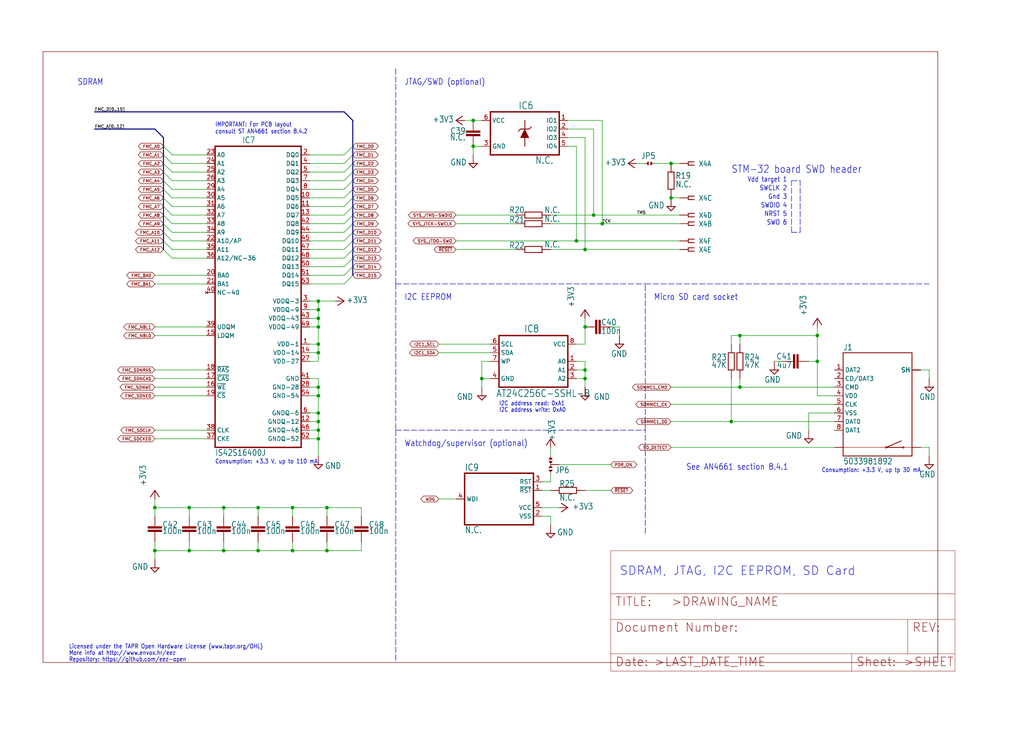
<source format=kicad_sch>
(kicad_sch (version 20211123) (generator eeschema)
  (paper "User" 302.311 218.491)
  (lib_symbols
    (symbol "EEZ_DIB_MCU_r3B4-eagle-import:+3V3" (power)
      (property "Value" "+3V3" (at -2.54 -5.08 90))
      (symbol "+3V3_1_0"
        (pin power_in line (at 0 -2.54 90) (length 2.54) (name "+3V3") (number "1"))
      )
    )
    (symbol "EEZ_DIB_MCU_r3B4-eagle-import:5033981892D&M"
      (property "Reference" "J" (at -10.16 15.875 0))
      (property "Value" "5033981892D&M" (at -10.16 -17.78 0))
      (symbol "5033981892D&M_1_0"
        (pin passive line (at -12.7 10.16 0) (length 2.54) (name "DAT2") (number "1"))
        (pin passive line (at -12.7 7.62 0) (length 2.54) (name "CD/DAT3") (number "2"))
        (pin passive line (at -12.7 5.08 0) (length 2.54) (name "CMD") (number "3"))
        (pin power_in line (at -12.7 2.54 0) (length 2.54) (name "VDD") (number "4"))
        (pin passive line (at -12.7 0 0) (length 2.54) (name "CLK") (number "5"))
        (pin power_in line (at -12.7 -2.54 0) (length 2.54) (name "VSS") (number "6"))
        (pin passive line (at -12.7 -5.08 0) (length 2.54) (name "DAT0") (number "7"))
        (pin passive line (at -12.7 -7.62 0) (length 2.54) (name "DAT1") (number "8"))
        (pin passive line (at 12.7 10.16 180) (length 2.54) (name "SH") (number "S"))
        (pin passive line (at 12.7 10.16 180) (length 2.54) (name "SH") (number "S1"))
        (pin passive line (at 12.7 10.16 180) (length 2.54) (name "SH") (number "S2"))
        (pin passive line (at 12.7 10.16 180) (length 2.54) (name "SH") (number "S3"))
        (pin passive line (at -12.7 -12.7 0) (length 2.54) (name "SW1") (number "SW1"))
        (pin passive line (at 12.7 -12.7 180) (length 2.54) (name "SW2") (number "SW2"))
      )
    )
    (symbol "EEZ_DIB_MCU_r3B4-eagle-import:AT24CXXSOIC8"
      (property "Reference" "IC" (at -5.3594 8.4836 0))
      (property "Value" "AT24CXXSOIC8" (at -5.9944 -10.5918 0))
      (symbol "AT24CXXSOIC8_1_0"
        (pin input line (at 12.7 0 180) (length 2.54) (name "A0") (number "1"))
        (pin input line (at 12.7 -2.54 180) (length 2.54) (name "A1") (number "2"))
        (pin input line (at 12.7 -5.08 180) (length 2.54) (name "A2") (number "3"))
        (pin passive line (at -12.7 -5.08 0) (length 2.54) (name "GND") (number "4"))
        (pin bidirectional line (at -12.7 2.54 0) (length 2.54) (name "SDA") (number "5"))
        (pin bidirectional line (at -12.7 5.08 0) (length 2.54) (name "SCL") (number "6"))
        (pin input line (at -12.7 0 0) (length 2.54) (name "WP") (number "7"))
        (pin power_in line (at 12.7 5.08 180) (length 2.54) (name "VCC") (number "8"))
      )
    )
    (symbol "EEZ_DIB_MCU_r3B4-eagle-import:C-EUC0603"
      (property "Reference" "C" (at 1.524 0.381 0))
      (property "Value" "C-EUC0603" (at 1.524 -4.699 0))
      (symbol "C-EUC0603_1_0"
        (pin passive line (at 0 2.54 270) (length 2.54) (name "1") (number "1"))
        (pin passive line (at 0 -5.08 90) (length 2.54) (name "2") (number "2"))
      )
    )
    (symbol "EEZ_DIB_MCU_r3B4-eagle-import:C-EUC1206"
      (property "Reference" "C" (at 1.524 0.381 0))
      (property "Value" "C-EUC1206" (at 1.524 -4.699 0))
      (symbol "C-EUC1206_1_0"
        (pin passive line (at 0 2.54 270) (length 2.54) (name "1") (number "1"))
        (pin passive line (at 0 -5.08 90) (length 2.54) (name "2") (number "2"))
      )
    )
    (symbol "EEZ_DIB_MCU_r3B4-eagle-import:DINA4_L"
      (symbol "DINA4_L_2_0"
        (text ">DRAWING_NAME" (at 17.78 19.05 0) (effects (font (size 2.54 2.54)) (justify left bottom)))
        (text ">LAST_DATE_TIME" (at 12.7 1.27 0) (effects (font (size 2.54 2.54)) (justify left bottom)))
        (text ">SHEET" (at 86.36 1.27 0) (effects (font (size 2.54 2.54)) (justify left bottom)))
        (text "Date:" (at 1.27 1.27 0) (effects (font (size 2.54 2.54)) (justify left bottom)))
        (text "Document Number:" (at 1.27 11.43 0) (effects (font (size 2.54 2.54)) (justify left bottom)))
        (text "REV:" (at 88.9 11.43 0) (effects (font (size 2.54 2.54)) (justify left bottom)))
        (text "Sheet:" (at 72.39 1.27 0) (effects (font (size 2.54 2.54)) (justify left bottom)))
        (text "TITLE:" (at 1.27 19.05 0) (effects (font (size 2.54 2.54)) (justify left bottom)))
      )
    )
    (symbol "EEZ_DIB_MCU_r3B4-eagle-import:GND" (power)
      (property "Value" "GND" (at -1.905 -3.175 0))
      (symbol "GND_1_0"
        (pin power_in line (at 0 2.54 270) (length 2.54) (name "GND") (number "1"))
      )
    )
    (symbol "EEZ_DIB_MCU_r3B4-eagle-import:IS42S16400"
      (property "Reference" "IC" (at -4.7244 44.0436 0))
      (property "Value" "IS42S16400" (at -5.3594 -48.6664 0))
      (symbol "IS42S16400_1_0"
        (pin power_in line (at 15.24 -15.24 180) (length 2.54) (name "VDD-1") (number "1"))
        (pin bidirectional line (at 15.24 27.94 180) (length 2.54) (name "DQ5") (number "10"))
        (pin bidirectional line (at 15.24 25.4 180) (length 2.54) (name "DQ6") (number "11"))
        (pin power_in line (at 15.24 -38.1 180) (length 2.54) (name "GNDQ-12") (number "12"))
        (pin bidirectional line (at 15.24 22.86 180) (length 2.54) (name "DQ7") (number "13"))
        (pin power_in line (at 15.24 -17.78 180) (length 2.54) (name "VDD-14") (number "14"))
        (pin input line (at -15.24 -12.7 0) (length 2.54) (name "LDQM") (number "15"))
        (pin input line (at -15.24 -27.94 0) (length 2.54) (name "~{WE}") (number "16"))
        (pin input line (at -15.24 -25.4 0) (length 2.54) (name "~{CAS}") (number "17"))
        (pin input line (at -15.24 -22.86 0) (length 2.54) (name "~{RAS}") (number "18"))
        (pin input line (at -15.24 -30.48 0) (length 2.54) (name "~{CS}") (number "19"))
        (pin bidirectional line (at 15.24 40.64 180) (length 2.54) (name "DQ0") (number "2"))
        (pin input line (at -15.24 5.08 0) (length 2.54) (name "BA0") (number "20"))
        (pin input line (at -15.24 2.54 0) (length 2.54) (name "BA1") (number "21"))
        (pin input line (at -15.24 15.24 0) (length 2.54) (name "A10/AP") (number "22"))
        (pin input line (at -15.24 40.64 0) (length 2.54) (name "A0") (number "23"))
        (pin input line (at -15.24 38.1 0) (length 2.54) (name "A1") (number "24"))
        (pin input line (at -15.24 35.56 0) (length 2.54) (name "A2") (number "25"))
        (pin input line (at -15.24 33.02 0) (length 2.54) (name "A3") (number "26"))
        (pin power_in line (at 15.24 -20.32 180) (length 2.54) (name "VDD-27") (number "27"))
        (pin power_in line (at 15.24 -27.94 180) (length 2.54) (name "GND-28") (number "28"))
        (pin input line (at -15.24 30.48 0) (length 2.54) (name "A4") (number "29"))
        (pin power_in line (at 15.24 -2.54 180) (length 2.54) (name "VDDQ-3") (number "3"))
        (pin input line (at -15.24 27.94 0) (length 2.54) (name "A5") (number "30"))
        (pin input line (at -15.24 25.4 0) (length 2.54) (name "A6") (number "31"))
        (pin input line (at -15.24 22.86 0) (length 2.54) (name "A7") (number "32"))
        (pin input line (at -15.24 20.32 0) (length 2.54) (name "A8") (number "33"))
        (pin input line (at -15.24 17.78 0) (length 2.54) (name "A9") (number "34"))
        (pin input line (at -15.24 12.7 0) (length 2.54) (name "A11") (number "35"))
        (pin passive line (at -15.24 10.16 0) (length 2.54) (name "A12/NC-36") (number "36"))
        (pin input line (at -15.24 -43.18 0) (length 2.54) (name "CKE") (number "37"))
        (pin input line (at -15.24 -40.64 0) (length 2.54) (name "CLK") (number "38"))
        (pin input line (at -15.24 -10.16 0) (length 2.54) (name "UDQM") (number "39"))
        (pin bidirectional line (at 15.24 38.1 180) (length 2.54) (name "DQ1") (number "4"))
        (pin no_connect line (at -15.24 0 0) (length 2.54) (name "NC-40") (number "40"))
        (pin power_in line (at 15.24 -25.4 180) (length 2.54) (name "GND") (number "41"))
        (pin bidirectional line (at 15.24 20.32 180) (length 2.54) (name "DQ8") (number "42"))
        (pin power_in line (at 15.24 -7.62 180) (length 2.54) (name "VDDQ-43") (number "43"))
        (pin bidirectional line (at 15.24 17.78 180) (length 2.54) (name "DQ9") (number "44"))
        (pin bidirectional line (at 15.24 15.24 180) (length 2.54) (name "DQ10") (number "45"))
        (pin power_in line (at 15.24 -40.64 180) (length 2.54) (name "GNDQ-46") (number "46"))
        (pin bidirectional line (at 15.24 12.7 180) (length 2.54) (name "DQ11") (number "47"))
        (pin bidirectional line (at 15.24 10.16 180) (length 2.54) (name "DQ12") (number "48"))
        (pin power_in line (at 15.24 -10.16 180) (length 2.54) (name "VDDQ-49") (number "49"))
        (pin bidirectional line (at 15.24 35.56 180) (length 2.54) (name "DQ2") (number "5"))
        (pin bidirectional line (at 15.24 7.62 180) (length 2.54) (name "DQ13") (number "50"))
        (pin bidirectional line (at 15.24 5.08 180) (length 2.54) (name "DQ14") (number "51"))
        (pin power_in line (at 15.24 -43.18 180) (length 2.54) (name "GNDQ-52") (number "52"))
        (pin bidirectional line (at 15.24 2.54 180) (length 2.54) (name "DQ15") (number "53"))
        (pin power_in line (at 15.24 -30.48 180) (length 2.54) (name "GND-54") (number "54"))
        (pin power_in line (at 15.24 -35.56 180) (length 2.54) (name "GNDQ-6") (number "6"))
        (pin bidirectional line (at 15.24 33.02 180) (length 2.54) (name "DQ3") (number "7"))
        (pin bidirectional line (at 15.24 30.48 180) (length 2.54) (name "DQ4") (number "8"))
        (pin power_in line (at 15.24 -5.08 180) (length 2.54) (name "VDDQ-9") (number "9"))
      )
    )
    (symbol "EEZ_DIB_MCU_r3B4-eagle-import:JP2-CUT"
      (property "Reference" "JP" (at -3.175 1.27 0))
      (symbol "JP2-CUT_1_0"
        (pin passive line (at 0 0 270) (length 0) (name "1") (number "1"))
        (pin passive line (at 2.54 0 270) (length 0) (name "2") (number "2"))
      )
    )
    (symbol "EEZ_DIB_MCU_r3B4-eagle-import:JP3-CUT-0805-ROTATED"
      (property "Reference" "JP" (at -3.81 3.175 0))
      (symbol "JP3-CUT-0805-ROTATED_1_0"
        (pin passive line (at 2.54 0 180) (length 2.54) (name "COM") (number "COM"))
        (pin passive line (at 0 -2.54 180) (length 0) (name "NC") (number "NC"))
        (pin passive line (at 0 2.54 180) (length 0) (name "NO") (number "NO"))
      )
    )
    (symbol "EEZ_DIB_MCU_r3B4-eagle-import:R-EU_R0805"
      (property "Reference" "R" (at -3.81 1.4986 0))
      (property "Value" "R-EU_R0805" (at -3.81 -3.302 0))
      (symbol "R-EU_R0805_1_0"
        (pin passive line (at -5.08 0 0) (length 2.54) (name "1") (number "1"))
        (pin passive line (at 5.08 0 180) (length 2.54) (name "2") (number "2"))
      )
    )
    (symbol "EEZ_DIB_MCU_r3B4-eagle-import:SSW-106-02-S-S"
      (property "Reference" "X" (at -3.048 0.762 0))
      (symbol "SSW-106-02-S-S_1_0"
        (pin passive line (at 2.54 0 180) (length 2.54) (name "1") (number "1"))
      )
      (symbol "SSW-106-02-S-S_2_0"
        (pin passive line (at 2.54 0 180) (length 2.54) (name "1") (number "2"))
      )
      (symbol "SSW-106-02-S-S_3_0"
        (pin passive line (at 2.54 0 180) (length 2.54) (name "1") (number "3"))
      )
      (symbol "SSW-106-02-S-S_4_0"
        (pin passive line (at 2.54 0 180) (length 2.54) (name "1") (number "4"))
      )
      (symbol "SSW-106-02-S-S_5_0"
        (pin passive line (at 2.54 0 180) (length 2.54) (name "1") (number "5"))
      )
      (symbol "SSW-106-02-S-S_6_0"
        (pin passive line (at 2.54 0 180) (length 2.54) (name "1") (number "6"))
      )
    )
    (symbol "EEZ_DIB_MCU_r3B4-eagle-import:STM6824"
      (property "Reference" "IC" (at -10.16 8.255 0))
      (property "Value" "STM6824" (at -10.16 -10.16 0))
      (symbol "STM6824_1_0"
        (pin output line (at 12.7 2.54 180) (length 2.54) (name "~{RST}") (number "1"))
        (pin power_in line (at 12.7 -5.08 180) (length 2.54) (name "VSS") (number "2"))
        (pin output line (at 12.7 5.08 180) (length 2.54) (name "RST") (number "3"))
        (pin input line (at -12.7 0 0) (length 2.54) (name "WDI") (number "4"))
        (pin power_in line (at 12.7 -2.54 180) (length 2.54) (name "VCC") (number "5"))
      )
    )
    (symbol "EEZ_DIB_MCU_r3B4-eagle-import:TPD4E001-DRL"
      (property "Reference" "IC" (at -5.207 5.7912 0))
      (property "Value" "TPD4E001-DRL" (at -6.0452 -10.3378 0))
      (symbol "TPD4E001-DRL_1_0"
        (pin bidirectional line (at -12.7 2.54 0) (length 2.54) (name "IO1") (number "1"))
        (pin bidirectional line (at -12.7 0 0) (length 2.54) (name "IO2") (number "2"))
        (pin power_in line (at 12.7 -5.08 180) (length 2.54) (name "GND") (number "3"))
        (pin bidirectional line (at -12.7 -2.54 0) (length 2.54) (name "IO3") (number "4"))
        (pin bidirectional line (at -12.7 -5.08 0) (length 2.54) (name "IO4") (number "5"))
        (pin passive line (at 12.7 2.54 180) (length 2.54) (name "VCC") (number "6"))
      )
    )
  )
  (junction (at 93.98 91.44))
  (junction (at 172.72 109.22))
  (junction (at 93.98 129.54))
  (junction (at 66.04 149.86))
  (junction (at 172.72 96.52))
  (junction (at 142.24 111.76))
  (junction (at 93.98 96.52))
  (junction (at 218.44 114.3))
  (junction (at 86.36 162.56))
  (junction (at 93.98 127))
  (junction (at 177.8 66.04))
  (junction (at 96.52 162.56))
  (junction (at 139.7 43.18))
  (junction (at 76.2 162.56))
  (junction (at 93.98 88.9))
  (junction (at 55.88 149.86))
  (junction (at 198.12 58.42))
  (junction (at 170.18 71.12))
  (junction (at 241.3 106.68))
  (junction (at 93.98 114.3))
  (junction (at 93.98 116.84))
  (junction (at 215.9 124.46))
  (junction (at 172.72 111.76))
  (junction (at 55.88 162.56))
  (junction (at 198.12 48.26))
  (junction (at 93.98 93.98))
  (junction (at 93.98 101.6))
  (junction (at 172.72 73.66))
  (junction (at 93.98 104.14))
  (junction (at 139.7 35.56))
  (junction (at 241.3 99.06))
  (junction (at 175.26 63.5))
  (junction (at 93.98 121.92))
  (junction (at 96.52 149.86))
  (junction (at 66.04 162.56))
  (junction (at 93.98 124.46))
  (junction (at 218.44 99.06))
  (junction (at 86.36 149.86))
  (junction (at 45.72 162.56))
  (junction (at 76.2 149.86))
  (junction (at 45.72 149.86))
  (bus_entry (at 50.8 76.2) (size -2.54 -2.54))
  (bus_entry (at 50.8 45.72) (size -2.54 -2.54))
  (bus_entry (at 101.6 73.66) (size 2.54 -2.54))
  (bus_entry (at 50.8 58.42) (size -2.54 -2.54))
  (bus_entry (at 101.6 81.28) (size 2.54 -2.54))
  (bus_entry (at 101.6 55.88) (size 2.54 -2.54))
  (bus_entry (at 50.8 73.66) (size -2.54 -2.54))
  (bus_entry (at 50.8 71.12) (size -2.54 -2.54))
  (bus_entry (at 50.8 50.8) (size -2.54 -2.54))
  (bus_entry (at 101.6 45.72) (size 2.54 -2.54))
  (bus_entry (at 101.6 60.96) (size 2.54 -2.54))
  (bus_entry (at 101.6 76.2) (size 2.54 -2.54))
  (bus_entry (at 101.6 78.74) (size 2.54 -2.54))
  (bus_entry (at 50.8 55.88) (size -2.54 -2.54))
  (bus_entry (at 50.8 66.04) (size -2.54 -2.54))
  (bus_entry (at 50.8 53.34) (size -2.54 -2.54))
  (bus_entry (at 101.6 68.58) (size 2.54 -2.54))
  (bus_entry (at 101.6 83.82) (size 2.54 -2.54))
  (bus_entry (at 101.6 58.42) (size 2.54 -2.54))
  (bus_entry (at 50.8 60.96) (size -2.54 -2.54))
  (bus_entry (at 101.6 66.04) (size 2.54 -2.54))
  (bus_entry (at 101.6 48.26) (size 2.54 -2.54))
  (bus_entry (at 101.6 53.34) (size 2.54 -2.54))
  (bus_entry (at 50.8 68.58) (size -2.54 -2.54))
  (bus_entry (at 50.8 63.5) (size -2.54 -2.54))
  (bus_entry (at 101.6 71.12) (size 2.54 -2.54))
  (bus_entry (at 101.6 63.5) (size 2.54 -2.54))
  (bus_entry (at 50.8 48.26) (size -2.54 -2.54))
  (bus_entry (at 101.6 50.8) (size 2.54 -2.54))
  (wire (pts (xy 93.98 129.54) (xy 91.44 129.54)))
  (wire (pts (xy 101.6 55.88) (xy 91.44 55.88)))
  (polyline (pts (xy 233.68 68.58) (xy 236.22 68.58)))
  (wire (pts (xy 172.72 73.66) (xy 162.56 73.66)))
  (wire (pts (xy 101.6 76.2) (xy 91.44 76.2)))
  (wire (pts (xy 200.66 63.5) (xy 175.26 63.5)))
  (wire (pts (xy 60.96 129.54) (xy 45.72 129.54)))
  (wire (pts (xy 91.44 111.76) (xy 93.98 111.76)))
  (wire (pts (xy 55.88 162.56) (xy 66.04 162.56)))
  (wire (pts (xy 60.96 109.22) (xy 45.72 109.22)))
  (bus (pts (xy 104.14 50.8) (xy 104.14 53.34)))
  (wire (pts (xy 50.8 58.42) (xy 60.96 58.42)))
  (wire (pts (xy 160.02 144.78) (xy 162.56 144.78)))
  (bus (pts (xy 104.14 78.74) (xy 104.14 81.28)))
  (wire (pts (xy 172.72 109.22) (xy 172.72 111.76)))
  (wire (pts (xy 93.98 93.98) (xy 93.98 96.52)))
  (wire (pts (xy 177.8 35.56) (xy 177.8 66.04)))
  (wire (pts (xy 96.52 149.86) (xy 96.52 152.4)))
  (wire (pts (xy 200.66 73.66) (xy 172.72 73.66)))
  (wire (pts (xy 60.96 81.28) (xy 45.72 81.28)))
  (wire (pts (xy 60.96 99.06) (xy 45.72 99.06)))
  (wire (pts (xy 76.2 162.56) (xy 76.2 160.02)))
  (wire (pts (xy 45.72 149.86) (xy 55.88 149.86)))
  (wire (pts (xy 152.4 63.5) (xy 134.62 63.5)))
  (wire (pts (xy 218.44 99.06) (xy 215.9 99.06)))
  (wire (pts (xy 180.34 96.52) (xy 182.88 96.52)))
  (bus (pts (xy 104.14 68.58) (xy 104.14 71.12)))
  (wire (pts (xy 91.44 116.84) (xy 93.98 116.84)))
  (wire (pts (xy 76.2 152.4) (xy 76.2 149.86)))
  (wire (pts (xy 172.72 144.78) (xy 180.34 144.78)))
  (wire (pts (xy 246.38 116.84) (xy 241.3 116.84)))
  (wire (pts (xy 50.8 60.96) (xy 60.96 60.96)))
  (bus (pts (xy 104.14 71.12) (xy 104.14 73.66)))
  (wire (pts (xy 106.68 162.56) (xy 106.68 160.02)))
  (wire (pts (xy 101.6 81.28) (xy 91.44 81.28)))
  (bus (pts (xy 48.26 63.5) (xy 48.26 60.96)))
  (wire (pts (xy 91.44 114.3) (xy 93.98 114.3)))
  (wire (pts (xy 91.44 93.98) (xy 93.98 93.98)))
  (wire (pts (xy 246.38 132.08) (xy 198.12 132.08)))
  (wire (pts (xy 93.98 101.6) (xy 93.98 104.14)))
  (wire (pts (xy 172.72 40.64) (xy 172.72 73.66)))
  (polyline (pts (xy 116.84 83.82) (xy 116.84 127)))
  (wire (pts (xy 76.2 149.86) (xy 86.36 149.86)))
  (wire (pts (xy 93.98 124.46) (xy 93.98 127)))
  (wire (pts (xy 60.96 96.52) (xy 45.72 96.52)))
  (bus (pts (xy 104.14 53.34) (xy 104.14 55.88)))
  (wire (pts (xy 86.36 152.4) (xy 86.36 149.86)))
  (wire (pts (xy 218.44 101.6) (xy 218.44 99.06)))
  (wire (pts (xy 91.44 121.92) (xy 93.98 121.92)))
  (wire (pts (xy 93.98 88.9) (xy 93.98 91.44)))
  (wire (pts (xy 50.8 68.58) (xy 60.96 68.58)))
  (wire (pts (xy 96.52 162.56) (xy 96.52 160.02)))
  (wire (pts (xy 50.8 50.8) (xy 60.96 50.8)))
  (wire (pts (xy 50.8 73.66) (xy 60.96 73.66)))
  (wire (pts (xy 101.6 60.96) (xy 91.44 60.96)))
  (bus (pts (xy 48.26 58.42) (xy 48.26 55.88)))
  (wire (pts (xy 142.24 106.68) (xy 144.78 106.68)))
  (wire (pts (xy 200.66 66.04) (xy 177.8 66.04)))
  (wire (pts (xy 101.6 48.26) (xy 91.44 48.26)))
  (wire (pts (xy 101.6 66.04) (xy 91.44 66.04)))
  (wire (pts (xy 177.8 66.04) (xy 162.56 66.04)))
  (wire (pts (xy 91.44 127) (xy 93.98 127)))
  (wire (pts (xy 55.88 149.86) (xy 66.04 149.86)))
  (wire (pts (xy 86.36 149.86) (xy 96.52 149.86)))
  (bus (pts (xy 104.14 66.04) (xy 104.14 68.58)))
  (wire (pts (xy 200.66 71.12) (xy 170.18 71.12)))
  (wire (pts (xy 101.6 83.82) (xy 91.44 83.82)))
  (wire (pts (xy 246.38 121.92) (xy 238.76 121.92)))
  (wire (pts (xy 45.72 149.86) (xy 45.72 147.32)))
  (wire (pts (xy 172.72 101.6) (xy 170.18 101.6)))
  (wire (pts (xy 200.66 58.42) (xy 198.12 58.42)))
  (wire (pts (xy 93.98 96.52) (xy 93.98 101.6)))
  (bus (pts (xy 48.26 50.8) (xy 48.26 48.26)))
  (wire (pts (xy 66.04 162.56) (xy 66.04 160.02)))
  (wire (pts (xy 170.18 71.12) (xy 134.62 71.12)))
  (bus (pts (xy 104.14 63.5) (xy 104.14 66.04)))
  (wire (pts (xy 193.04 48.26) (xy 198.12 48.26)))
  (wire (pts (xy 101.6 73.66) (xy 91.44 73.66)))
  (wire (pts (xy 142.24 111.76) (xy 142.24 114.3)))
  (polyline (pts (xy 190.5 127) (xy 190.5 83.82)))
  (wire (pts (xy 218.44 111.76) (xy 218.44 114.3)))
  (wire (pts (xy 93.98 116.84) (xy 93.98 121.92)))
  (wire (pts (xy 129.54 147.32) (xy 134.62 147.32)))
  (wire (pts (xy 93.98 88.9) (xy 99.06 88.9)))
  (wire (pts (xy 139.7 35.56) (xy 137.16 35.56)))
  (bus (pts (xy 48.26 45.72) (xy 48.26 43.18)))
  (wire (pts (xy 96.52 149.86) (xy 106.68 149.86)))
  (wire (pts (xy 144.78 104.14) (xy 129.54 104.14)))
  (wire (pts (xy 91.44 104.14) (xy 93.98 104.14)))
  (wire (pts (xy 218.44 114.3) (xy 198.12 114.3)))
  (bus (pts (xy 45.72 38.1) (xy 27.94 38.1)))
  (wire (pts (xy 190.5 48.26) (xy 187.96 48.26)))
  (wire (pts (xy 93.98 104.14) (xy 93.98 106.68)))
  (wire (pts (xy 172.72 114.3) (xy 172.72 111.76)))
  (polyline (pts (xy 190.5 157.48) (xy 190.5 127)))
  (wire (pts (xy 50.8 55.88) (xy 60.96 55.88)))
  (bus (pts (xy 48.26 48.26) (xy 48.26 45.72)))
  (bus (pts (xy 104.14 35.56) (xy 101.6 33.02)))
  (wire (pts (xy 241.3 106.68) (xy 241.3 99.06)))
  (wire (pts (xy 101.6 58.42) (xy 91.44 58.42)))
  (wire (pts (xy 101.6 53.34) (xy 91.44 53.34)))
  (bus (pts (xy 48.26 71.12) (xy 48.26 68.58)))
  (wire (pts (xy 142.24 43.18) (xy 139.7 43.18)))
  (wire (pts (xy 66.04 152.4) (xy 66.04 149.86)))
  (bus (pts (xy 48.26 55.88) (xy 48.26 53.34)))
  (wire (pts (xy 86.36 162.56) (xy 96.52 162.56)))
  (wire (pts (xy 172.72 93.98) (xy 172.72 96.52)))
  (wire (pts (xy 162.56 142.24) (xy 160.02 142.24)))
  (wire (pts (xy 182.88 99.06) (xy 182.88 96.52)))
  (wire (pts (xy 215.9 99.06) (xy 215.9 101.6)))
  (bus (pts (xy 104.14 48.26) (xy 104.14 50.8)))
  (wire (pts (xy 144.78 111.76) (xy 142.24 111.76)))
  (polyline (pts (xy 236.22 68.58) (xy 236.22 53.34)))
  (bus (pts (xy 48.26 68.58) (xy 48.26 66.04)))
  (bus (pts (xy 104.14 76.2) (xy 104.14 78.74)))
  (wire (pts (xy 170.18 106.68) (xy 172.72 106.68)))
  (bus (pts (xy 101.6 33.02) (xy 27.94 33.02)))
  (wire (pts (xy 144.78 101.6) (xy 129.54 101.6)))
  (polyline (pts (xy 116.84 127) (xy 190.5 127)))
  (wire (pts (xy 60.96 116.84) (xy 45.72 116.84)))
  (wire (pts (xy 139.7 43.18) (xy 139.7 45.72)))
  (wire (pts (xy 50.8 71.12) (xy 60.96 71.12)))
  (wire (pts (xy 50.8 66.04) (xy 60.96 66.04)))
  (wire (pts (xy 93.98 114.3) (xy 93.98 116.84)))
  (wire (pts (xy 93.98 127) (xy 93.98 129.54)))
  (bus (pts (xy 104.14 45.72) (xy 104.14 48.26)))
  (bus (pts (xy 48.26 40.64) (xy 45.72 38.1)))
  (wire (pts (xy 50.8 45.72) (xy 60.96 45.72)))
  (wire (pts (xy 175.26 63.5) (xy 162.56 63.5)))
  (wire (pts (xy 106.68 149.86) (xy 106.68 152.4)))
  (wire (pts (xy 60.96 83.82) (xy 45.72 83.82)))
  (wire (pts (xy 55.88 162.56) (xy 55.88 160.02)))
  (wire (pts (xy 93.98 134.62) (xy 93.98 129.54)))
  (wire (pts (xy 91.44 124.46) (xy 93.98 124.46)))
  (wire (pts (xy 50.8 76.2) (xy 60.96 76.2)))
  (wire (pts (xy 238.76 121.92) (xy 238.76 127)))
  (wire (pts (xy 160.02 152.4) (xy 162.56 152.4)))
  (wire (pts (xy 86.36 162.56) (xy 86.36 160.02)))
  (wire (pts (xy 55.88 152.4) (xy 55.88 149.86)))
  (wire (pts (xy 218.44 99.06) (xy 241.3 99.06)))
  (polyline (pts (xy 190.5 83.82) (xy 274.32 83.82)))
  (wire (pts (xy 172.72 106.68) (xy 172.72 109.22)))
  (wire (pts (xy 172.72 111.76) (xy 170.18 111.76)))
  (wire (pts (xy 165.1 149.86) (xy 160.02 149.86)))
  (wire (pts (xy 91.44 91.44) (xy 93.98 91.44)))
  (wire (pts (xy 45.72 165.1) (xy 45.72 162.56)))
  (wire (pts (xy 142.24 106.68) (xy 142.24 111.76)))
  (bus (pts (xy 104.14 55.88) (xy 104.14 58.42)))
  (wire (pts (xy 241.3 99.06) (xy 241.3 96.52)))
  (wire (pts (xy 45.72 152.4) (xy 45.72 149.86)))
  (wire (pts (xy 60.96 114.3) (xy 45.72 114.3)))
  (wire (pts (xy 101.6 45.72) (xy 91.44 45.72)))
  (bus (pts (xy 104.14 43.18) (xy 104.14 45.72)))
  (bus (pts (xy 104.14 60.96) (xy 104.14 63.5)))
  (bus (pts (xy 48.26 53.34) (xy 48.26 50.8)))
  (wire (pts (xy 66.04 149.86) (xy 76.2 149.86)))
  (wire (pts (xy 101.6 78.74) (xy 91.44 78.74)))
  (wire (pts (xy 274.32 111.76) (xy 274.32 109.22)))
  (bus (pts (xy 104.14 35.56) (xy 104.14 43.18)))
  (wire (pts (xy 101.6 68.58) (xy 91.44 68.58)))
  (wire (pts (xy 60.96 111.76) (xy 45.72 111.76)))
  (wire (pts (xy 167.64 38.1) (xy 175.26 38.1)))
  (wire (pts (xy 66.04 162.56) (xy 76.2 162.56)))
  (wire (pts (xy 101.6 71.12) (xy 91.44 71.12)))
  (wire (pts (xy 271.78 109.22) (xy 274.32 109.22)))
  (wire (pts (xy 93.98 121.92) (xy 93.98 124.46)))
  (wire (pts (xy 241.3 106.68) (xy 238.76 106.68)))
  (wire (pts (xy 274.32 132.08) (xy 274.32 134.62)))
  (wire (pts (xy 152.4 73.66) (xy 134.62 73.66)))
  (wire (pts (xy 162.56 134.62) (xy 162.56 132.08)))
  (wire (pts (xy 152.4 66.04) (xy 134.62 66.04)))
  (wire (pts (xy 215.9 124.46) (xy 198.12 124.46)))
  (wire (pts (xy 215.9 111.76) (xy 215.9 124.46)))
  (wire (pts (xy 45.72 162.56) (xy 45.72 160.02)))
  (wire (pts (xy 60.96 127) (xy 45.72 127)))
  (wire (pts (xy 175.26 38.1) (xy 175.26 63.5)))
  (wire (pts (xy 50.8 48.26) (xy 60.96 48.26)))
  (wire (pts (xy 162.56 152.4) (xy 162.56 154.94)))
  (bus (pts (xy 48.26 60.96) (xy 48.26 58.42)))
  (wire (pts (xy 91.44 96.52) (xy 93.98 96.52)))
  (wire (pts (xy 91.44 88.9) (xy 93.98 88.9)))
  (wire (pts (xy 101.6 63.5) (xy 91.44 63.5)))
  (polyline (pts (xy 233.68 68.58) (xy 233.68 53.34)))
  (wire (pts (xy 167.64 35.56) (xy 177.8 35.56)))
  (wire (pts (xy 231.14 106.68) (xy 228.6 106.68)))
  (polyline (pts (xy 233.68 53.34) (xy 236.22 53.34)))
  (wire (pts (xy 142.24 35.56) (xy 139.7 35.56)))
  (polyline (pts (xy 116.84 20.32) (xy 116.84 83.82)))
  (wire (pts (xy 45.72 162.56) (xy 55.88 162.56)))
  (bus (pts (xy 104.14 58.42) (xy 104.14 60.96)))
  (wire (pts (xy 172.72 96.52) (xy 172.72 101.6)))
  (bus (pts (xy 48.26 43.18) (xy 48.26 40.64)))
  (bus (pts (xy 48.26 66.04) (xy 48.26 63.5)))
  (polyline (pts (xy 116.84 127) (xy 116.84 195.58)))
  (wire (pts (xy 246.38 114.3) (xy 218.44 114.3)))
  (bus (pts (xy 104.14 73.66) (xy 104.14 76.2)))
  (wire (pts (xy 241.3 106.68) (xy 241.3 116.84)))
  (wire (pts (xy 162.56 139.7) (xy 162.56 142.24)))
  (wire (pts (xy 167.64 40.64) (xy 172.72 40.64)))
  (wire (pts (xy 200.66 48.26) (xy 198.12 48.26)))
  (wire (pts (xy 93.98 91.44) (xy 93.98 93.98)))
  (wire (pts (xy 101.6 50.8) (xy 91.44 50.8)))
  (wire (pts (xy 271.78 132.08) (xy 274.32 132.08)))
  (wire (pts (xy 165.1 137.16) (xy 180.34 137.16)))
  (wire (pts (xy 93.98 111.76) (xy 93.98 114.3)))
  (wire (pts (xy 50.8 63.5) (xy 60.96 63.5)))
  (wire (pts (xy 96.52 162.56) (xy 106.68 162.56)))
  (wire (pts (xy 170.18 43.18) (xy 170.18 71.12)))
  (wire (pts (xy 50.8 53.34) (xy 60.96 53.34)))
  (wire (pts (xy 93.98 106.68) (xy 91.44 106.68)))
  (polyline (pts (xy 116.84 83.82) (xy 190.5 83.82)))
  (bus (pts (xy 48.26 73.66) (xy 48.26 71.12)))
  (wire (pts (xy 167.64 43.18) (xy 170.18 43.18)))
  (wire (pts (xy 215.9 124.46) (xy 246.38 124.46)))
  (wire (pts (xy 170.18 109.22) (xy 172.72 109.22)))
  (wire (pts (xy 76.2 162.56) (xy 86.36 162.56)))
  (wire (pts (xy 91.44 101.6) (xy 93.98 101.6)))
  (wire (pts (xy 198.12 119.38) (xy 246.38 119.38)))
  (text "Gnd 3" (at 232.41 59.055 180) (effects (font (size 1.4224 1.209)) (justify right bottom)))
  (text "See AN4661 section 8.4.1" (at 202.565 139.065 180) (effects (font (size 1.778 1.5113)) (justify left bottom)))
  (text "SWDIO 4" (at 232.41 61.595 180) (effects (font (size 1.4224 1.209)) (justify right bottom)))
  (text "Watchdog/supervisor (optional)" (at 119.38 132.08 180) (effects (font (size 1.778 1.5113)) (justify left bottom)))
  (text "More info at http://www.envox.hr/eez" (at 20.32 193.675 180) (effects (font (size 1.27 1.0795)) (justify left bottom)))
  (text "I2C EEPROM" (at 119.38 88.9 180) (effects (font (size 1.778 1.5113)) (justify left bottom)))
  (text "SWCLK 2" (at 232.41 56.515 180) (effects (font (size 1.4224 1.209)) (justify right bottom)))
  (text "JTAG/SWD (optional)" (at 119.38 25.4 180) (effects (font (size 1.778 1.5113)) (justify left bottom)))
  (text "Consumption: +3.3 V, up tp 30 mA" (at 242.57 139.7 180) (effects (font (size 1.27 1.0795)) (justify left bottom)))
  (text "Micro SD card socket" (at 193.04 88.9 180) (effects (font (size 1.778 1.5113)) (justify left bottom)))
  (text "SWO 6" (at 232.41 66.675 180) (effects (font (size 1.4224 1.209)) (justify right bottom)))
  (text "SDRAM, JTAG, I2C EEPROM, SD Card" (at 182.88 170.18 180) (effects (font (size 2.54 2.54)) (justify left bottom)))
  (text "NRST 5" (at 232.41 64.135 180) (effects (font (size 1.4224 1.209)) (justify right bottom)))
  (text "I2C address read: 0xA1" (at 147.32 120.015 180) (effects (font (size 1.27 1.0795)) (justify left bottom)))
  (text "Licensed under the TAPR Open Hardware License (www.tapr.org/OHL)" (at 20.32 191.77 180) (effects (font (size 1.27 1.0795)) (justify left bottom)))
  (text "Repository: https://github.com/eez-open" (at 20.32 195.58 180) (effects (font (size 1.27 1.0795)) (justify left bottom)))
  (text "I2C address write: 0xA0" (at 147.32 121.92 180) (effects (font (size 1.27 1.0795)) (justify left bottom)))
  (text "IMPORTANT: For PCB layout\nconsult ST AN4661 section 8.4.2" (at 63.5 36.195 180) (effects (font (size 1.27 1.0795)) (justify left top)))
  (text "Consumption: +3.3 V, up to 110 mA" (at 63.5 137.16 180) (effects (font (size 1.27 1.0795)) (justify left bottom)))
  (text "Vdd target 1" (at 232.41 53.975 180) (effects (font (size 1.4224 1.209)) (justify right bottom)))
  (text "SDRAM" (at 22.86 25.4 180) (effects (font (size 1.778 1.5113)) (justify left bottom)))
  (text "STM-32 board SWD header" (at 215.9 51.435 180) (effects (font (size 2.1844 1.8567)) (justify left bottom)))
  (label "FMC_D[0..15]" (at 27.94 33.02 0) (effects (font (size 0.889 0.889))))
  (label "TMS" (at 187.96 63.5 0) (effects (font (size 0.889 0.889))))
  (label "TCK" (at 177.8 66.04 0) (effects (font (size 0.889 0.889))))
  (label "FMC_A[0..12]" (at 27.94 38.1 0) (effects (font (size 0.889 0.889))))
  (global_label "FMC_BA1" (shape bidirectional) (at 45.72 83.82 180) (effects (font (size 0.889 0.889))) (property "Intersheet References" "${INTERSHEET_REFS}" (effects hide)))
  (global_label "~{RESET}" (shape bidirectional) (at 134.62 73.66 180) (effects (font (size 0.889 0.889))) (property "Intersheet References" "${INTERSHEET_REFS}" (effects hide)))
  (global_label "FMC_D15" (shape bidirectional) (at 104.14 81.28 0) (effects (font (size 0.889 0.889))) (property "Intersheet References" "${INTERSHEET_REFS}" (effects hide)))
  (global_label "FMC_A6" (shape bidirectional) (at 48.26 58.42 180) (effects (font (size 0.889 0.889))) (property "Intersheet References" "${INTERSHEET_REFS}" (effects hide)))
  (global_label "FMC_A0" (shape bidirectional) (at 48.26 43.18 180) (effects (font (size 0.889 0.889))) (property "Intersheet References" "${INTERSHEET_REFS}" (effects hide)))
  (global_label "FMC_D3" (shape bidirectional) (at 104.14 50.8 0) (effects (font (size 0.889 0.889))) (property "Intersheet References" "${INTERSHEET_REFS}" (effects hide)))
  (global_label "SDMMC1_CK" (shape bidirectional) (at 198.12 119.38 180) (effects (font (size 0.889 0.889))) (property "Intersheet References" "${INTERSHEET_REFS}" (effects hide)))
  (global_label "FMC_A12" (shape bidirectional) (at 48.26 73.66 180) (effects (font (size 0.889 0.889))) (property "Intersheet References" "${INTERSHEET_REFS}" (effects hide)))
  (global_label "FMC_A4" (shape bidirectional) (at 48.26 53.34 180) (effects (font (size 0.889 0.889))) (property "Intersheet References" "${INTERSHEET_REFS}" (effects hide)))
  (global_label "FMC_SDCKE0" (shape bidirectional) (at 45.72 129.54 180) (effects (font (size 0.889 0.889))) (property "Intersheet References" "${INTERSHEET_REFS}" (effects hide)))
  (global_label "FMC_A8" (shape bidirectional) (at 48.26 63.5 180) (effects (font (size 0.889 0.889))) (property "Intersheet References" "${INTERSHEET_REFS}" (effects hide)))
  (global_label "FMC_BA0" (shape bidirectional) (at 45.72 81.28 180) (effects (font (size 0.889 0.889))) (property "Intersheet References" "${INTERSHEET_REFS}" (effects hide)))
  (global_label "FMC_D13" (shape bidirectional) (at 104.14 76.2 0) (effects (font (size 0.889 0.889))) (property "Intersheet References" "${INTERSHEET_REFS}" (effects hide)))
  (global_label "FMC_NBL1" (shape bidirectional) (at 45.72 96.52 180) (effects (font (size 0.889 0.889))) (property "Intersheet References" "${INTERSHEET_REFS}" (effects hide)))
  (global_label "FMC_NBL0" (shape bidirectional) (at 45.72 99.06 180) (effects (font (size 0.889 0.889))) (property "Intersheet References" "${INTERSHEET_REFS}" (effects hide)))
  (global_label "I2C1_SDA" (shape bidirectional) (at 129.54 104.14 180) (effects (font (size 0.889 0.889))) (property "Intersheet References" "${INTERSHEET_REFS}" (effects hide)))
  (global_label "SYS_JTMS-SWDIO" (shape bidirectional) (at 134.62 63.5 180) (effects (font (size 0.889 0.889))) (property "Intersheet References" "${INTERSHEET_REFS}" (effects hide)))
  (global_label "FMC_A5" (shape bidirectional) (at 48.26 55.88 180) (effects (font (size 0.889 0.889))) (property "Intersheet References" "${INTERSHEET_REFS}" (effects hide)))
  (global_label "FMC_A1" (shape bidirectional) (at 48.26 45.72 180) (effects (font (size 0.889 0.889))) (property "Intersheet References" "${INTERSHEET_REFS}" (effects hide)))
  (global_label "FMC_D9" (shape bidirectional) (at 104.14 66.04 0) (effects (font (size 0.889 0.889))) (property "Intersheet References" "${INTERSHEET_REFS}" (effects hide)))
  (global_label "FMC_SDNE0" (shape bidirectional) (at 45.72 116.84 180) (effects (font (size 0.889 0.889))) (property "Intersheet References" "${INTERSHEET_REFS}" (effects hide)))
  (global_label "I2C1_SCL" (shape bidirectional) (at 129.54 101.6 180) (effects (font (size 0.889 0.889))) (property "Intersheet References" "${INTERSHEET_REFS}" (effects hide)))
  (global_label "FMC_D5" (shape bidirectional) (at 104.14 55.88 0) (effects (font (size 0.889 0.889))) (property "Intersheet References" "${INTERSHEET_REFS}" (effects hide)))
  (global_label "FMC_A7" (shape bidirectional) (at 48.26 60.96 180) (effects (font (size 0.889 0.889))) (property "Intersheet References" "${INTERSHEET_REFS}" (effects hide)))
  (global_label "FMC_SDNWE" (shape bidirectional) (at 45.72 114.3 180) (effects (font (size 0.889 0.889))) (property "Intersheet References" "${INTERSHEET_REFS}" (effects hide)))
  (global_label "SYS_JTCK-SWCLK" (shape bidirectional) (at 134.62 66.04 180) (effects (font (size 0.889 0.889))) (property "Intersheet References" "${INTERSHEET_REFS}" (effects hide)))
  (global_label "FMC_SDNCAS" (shape bidirectional) (at 45.72 111.76 180) (effects (font (size 0.889 0.889))) (property "Intersheet References" "${INTERSHEET_REFS}" (effects hide)))
  (global_label "SDMMC1_D0" (shape bidirectional) (at 198.12 124.46 180) (effects (font (size 0.889 0.889))) (property "Intersheet References" "${INTERSHEET_REFS}" (effects hide)))
  (global_label "FMC_D14" (shape bidirectional) (at 104.14 78.74 0) (effects (font (size 0.889 0.889))) (property "Intersheet References" "${INTERSHEET_REFS}" (effects hide)))
  (global_label "FMC_A10" (shape bidirectional) (at 48.26 68.58 180) (effects (font (size 0.889 0.889))) (property "Intersheet References" "${INTERSHEET_REFS}" (effects hide)))
  (global_label "FMC_D4" (shape bidirectional) (at 104.14 53.34 0) (effects (font (size 0.889 0.889))) (property "Intersheet References" "${INTERSHEET_REFS}" (effects hide)))
  (global_label "FMC_A11" (shape bidirectional) (at 48.26 71.12 180) (effects (font (size 0.889 0.889))) (property "Intersheet References" "${INTERSHEET_REFS}" (effects hide)))
  (global_label "FMC_D11" (shape bidirectional) (at 104.14 71.12 0) (effects (font (size 0.889 0.889))) (property "Intersheet References" "${INTERSHEET_REFS}" (effects hide)))
  (global_label "FMC_A3" (shape bidirectional) (at 48.26 50.8 180) (effects (font (size 0.889 0.889))) (property "Intersheet References" "${INTERSHEET_REFS}" (effects hide)))
  (global_label "FMC_SDNRAS" (shape bidirectional) (at 45.72 109.22 180) (effects (font (size 0.889 0.889))) (property "Intersheet References" "${INTERSHEET_REFS}" (effects hide)))
  (global_label "SYS_JTDO-SWO" (shape bidirectional) (at 134.62 71.12 180) (effects (font (size 0.889 0.889))) (property "Intersheet References" "${INTERSHEET_REFS}" (effects hide)))
  (global_label "PDR_ON" (shape bidirectional) (at 180.34 137.16 0) (effects (font (size 0.889 0.889))) (property "Intersheet References" "${INTERSHEET_REFS}" (effects hide)))
  (global_label "FMC_D1" (shape bidirectional) (at 104.14 45.72 0) (effects (font (size 0.889 0.889))) (property "Intersheet References" "${INTERSHEET_REFS}" (effects hide)))
  (global_label "FMC_D8" (shape bidirectional) (at 104.14 63.5 0) (effects (font (size 0.889 0.889))) (property "Intersheet References" "${INTERSHEET_REFS}" (effects hide)))
  (global_label "FMC_A2" (shape bidirectional) (at 48.26 48.26 180) (effects (font (size 0.889 0.889))) (property "Intersheet References" "${INTERSHEET_REFS}" (effects hide)))
  (global_label "FMC_SDCLK" (shape bidirectional) (at 45.72 127 180) (effects (font (size 0.889 0.889))) (property "Intersheet References" "${INTERSHEET_REFS}" (effects hide)))
  (global_label "FMC_D7" (shape bidirectional) (at 104.14 60.96 0) (effects (font (size 0.889 0.889))) (property "Intersheet References" "${INTERSHEET_REFS}" (effects hide)))
  (global_label "SDMMC1_CMD" (shape bidirectional) (at 198.12 114.3 180) (effects (font (size 0.889 0.889))) (property "Intersheet References" "${INTERSHEET_REFS}" (effects hide)))
  (global_label "FMC_D6" (shape bidirectional) (at 104.14 58.42 0) (effects (font (size 0.889 0.889))) (property "Intersheet References" "${INTERSHEET_REFS}" (effects hide)))
  (global_label "FMC_A9" (shape bidirectional) (at 48.26 66.04 180) (effects (font (size 0.889 0.889))) (property "Intersheet References" "${INTERSHEET_REFS}" (effects hide)))
  (global_label "FMC_D10" (shape bidirectional) (at 104.14 68.58 0) (effects (font (size 0.889 0.889))) (property "Intersheet References" "${INTERSHEET_REFS}" (effects hide)))
  (global_label "SD_DETECT" (shape bidirectional) (at 198.12 132.08 180) (effects (font (size 0.889 0.889))) (property "Intersheet References" "${INTERSHEET_REFS}" (effects hide)))
  (global_label "WDG" (shape bidirectional) (at 129.54 147.32 180) (effects (font (size 0.889 0.889))) (property "Intersheet References" "${INTERSHEET_REFS}" (effects hide)))
  (global_label "FMC_D0" (shape bidirectional) (at 104.14 43.18 0) (effects (font (size 0.889 0.889))) (property "Intersheet References" "${INTERSHEET_REFS}" (effects hide)))
  (global_label "FMC_D2" (shape bidirectional) (at 104.14 48.26 0) (effects (font (size 0.889 0.889))) (property "Intersheet References" "${INTERSHEET_REFS}" (effects hide)))
  (global_label "FMC_D12" (shape bidirectional) (at 104.14 73.66 0) (effects (font (size 0.889 0.889))) (property "Intersheet References" "${INTERSHEET_REFS}" (effects hide)))
  (global_label "~{RESET}" (shape bidirectional) (at 180.34 144.78 0) (effects (font (size 0.889 0.889))) (property "Intersheet References" "${INTERSHEET_REFS}" (effects hide)))
  (symbol (lib_id "EEZ_DIB_MCU_r3B4-eagle-import:GND") (at 198.12 60.96 0) (mirror y) (unit 1)
    (property "Reference" "#SUPPLY035" (effects hide))
    (property "Value" "GND" (at 196.215 61.595 0) (effects (font (size 1.778 1.5113)) (justify left bottom)))
    (property "Footprint" "EEZ_DIB_MCU_r3B4:" (effects hide))
  )
  (symbol (lib_id "EEZ_DIB_MCU_r3B4-eagle-import:+3V3") (at 101.6 88.9 270) (unit 1)
    (property "Reference" "#+3V0317" (effects hide))
    (property "Value" "+3V3" (at 102.235 89.535 90) (effects (font (size 1.778 1.5113)) (justify left bottom)))
    (property "Footprint" "EEZ_DIB_MCU_r3B4:" (effects hide))
  )
  (symbol (lib_id "EEZ_DIB_MCU_r3B4-eagle-import:SSW-106-02-S-S") (at 203.2 71.12 0) (mirror y) (unit 6)
    (property "Reference" "X4" (at 206.248 70.358 0) (effects (font (size 1.524 1.2954)) (justify right top)))
    (property "Value" "N.C." (effects hide))
    (property "Footprint" "EEZ_DIB_MCU_r3B4:SSW-106-02-S-S" (effects hide))
  )
  (symbol (lib_id "EEZ_DIB_MCU_r3B4-eagle-import:GND") (at 139.7 48.26 0) (unit 1)
    (property "Reference" "#SUPPLY034" (effects hide))
    (property "Value" "GND" (at 137.795 48.895 0) (effects (font (size 1.778 1.5113)) (justify right bottom)))
    (property "Footprint" "EEZ_DIB_MCU_r3B4:" (effects hide))
  )
  (symbol (lib_id "EEZ_DIB_MCU_r3B4-eagle-import:R-EU_R0805") (at 157.48 66.04 0) (unit 1)
    (property "Reference" "R21" (at 154.94 65.8114 0) (effects (font (size 1.778 1.5113)) (justify right bottom)))
    (property "Value" "N.C." (at 160.655 65.532 0) (effects (font (size 1.778 1.5113)) (justify left bottom)))
    (property "Footprint" "EEZ_DIB_MCU_r3B4:R0805" (effects hide))
  )
  (symbol (lib_id "EEZ_DIB_MCU_r3B4-eagle-import:+3V3") (at 185.42 48.26 90) (mirror x) (unit 1)
    (property "Reference" "#+3V0316" (effects hide))
    (property "Value" "+3V3" (at 184.785 48.895 90) (effects (font (size 1.778 1.5113)) (justify left bottom)))
    (property "Footprint" "EEZ_DIB_MCU_r3B4:" (effects hide))
  )
  (symbol (lib_id "EEZ_DIB_MCU_r3B4-eagle-import:+3V3") (at 241.3 93.98 0) (unit 1)
    (property "Reference" "#+3V0319" (effects hide))
    (property "Value" "+3V3" (at 238.125 93.345 90) (effects (font (size 1.778 1.5113)) (justify left bottom)))
    (property "Footprint" "EEZ_DIB_MCU_r3B4:" (effects hide))
  )
  (symbol (lib_id "EEZ_DIB_MCU_r3B4-eagle-import:AT24CXXSOIC8") (at 157.48 106.68 0) (unit 1)
    (property "Reference" "IC8" (at 154.6606 98.1964 0) (effects (font (size 2.0828 1.7703)) (justify left bottom)))
    (property "Value" "AT24C256C-SSHL-B" (at 146.4056 117.2718 0) (effects (font (size 2.0828 1.7703)) (justify left bottom)))
    (property "Footprint" "EEZ_DIB_MCU_r3B4:SOIC127P600X173-8N" (effects hide))
  )
  (symbol (lib_id "EEZ_DIB_MCU_r3B4-eagle-import:R-EU_R0805") (at 157.48 73.66 0) (unit 1)
    (property "Reference" "R22" (at 154.94 73.4314 0) (effects (font (size 1.778 1.5113)) (justify right bottom)))
    (property "Value" "N.C." (at 160.655 73.152 0) (effects (font (size 1.778 1.5113)) (justify left bottom)))
    (property "Footprint" "EEZ_DIB_MCU_r3B4:R0805" (effects hide))
  )
  (symbol (lib_id "EEZ_DIB_MCU_r3B4-eagle-import:GND") (at 93.98 137.16 0) (mirror y) (unit 1)
    (property "Reference" "#SUPPLY042" (effects hide))
    (property "Value" "GND" (at 95.885 136.525 0) (effects (font (size 1.778 1.5113)) (justify right top)))
    (property "Footprint" "EEZ_DIB_MCU_r3B4:" (effects hide))
  )
  (symbol (lib_id "EEZ_DIB_MCU_r3B4-eagle-import:C-EUC0603") (at 177.8 96.52 270) (unit 1)
    (property "Reference" "C40" (at 177.419 96.139 90) (effects (font (size 1.778 1.5113)) (justify left bottom)))
    (property "Value" "100n" (at 177.419 98.679 90) (effects (font (size 1.778 1.5113)) (justify left bottom)))
    (property "Footprint" "EEZ_DIB_MCU_r3B4:C0603" (effects hide))
  )
  (symbol (lib_id "EEZ_DIB_MCU_r3B4-eagle-import:SSW-106-02-S-S") (at 203.2 48.26 0) (mirror y) (unit 1)
    (property "Reference" "X4" (at 206.248 47.498 0) (effects (font (size 1.524 1.2954)) (justify right top)))
    (property "Value" "N.C." (effects hide))
    (property "Footprint" "EEZ_DIB_MCU_r3B4:SSW-106-02-S-S" (effects hide))
  )
  (symbol (lib_id "EEZ_DIB_MCU_r3B4-eagle-import:+3V3") (at 134.62 35.56 90) (mirror x) (unit 1)
    (property "Reference" "#+3V0315" (effects hide))
    (property "Value" "+3V3" (at 133.985 36.195 90) (effects (font (size 1.778 1.5113)) (justify left bottom)))
    (property "Footprint" "EEZ_DIB_MCU_r3B4:" (effects hide))
  )
  (symbol (lib_id "EEZ_DIB_MCU_r3B4-eagle-import:GND") (at 45.72 167.64 0) (mirror y) (unit 1)
    (property "Reference" "#SUPPLY045" (effects hide))
    (property "Value" "GND" (at 43.815 168.275 0) (effects (font (size 1.778 1.5113)) (justify left bottom)))
    (property "Footprint" "EEZ_DIB_MCU_r3B4:" (effects hide))
  )
  (symbol (lib_id "EEZ_DIB_MCU_r3B4-eagle-import:5033981892D&M") (at 259.08 119.38 0) (unit 1)
    (property "Reference" "J1" (at 248.92 103.505 0) (effects (font (size 1.778 1.5113)) (justify left bottom)))
    (property "Value" "5033981892" (at 248.92 137.16 0) (effects (font (size 1.778 1.5113)) (justify left bottom)))
    (property "Footprint" "EEZ_DIB_MCU_r3B4:5033981892-PCBA" (effects hide))
  )
  (symbol (lib_id "EEZ_DIB_MCU_r3B4-eagle-import:SSW-106-02-S-S") (at 203.2 73.66 0) (mirror y) (unit 5)
    (property "Reference" "X4" (at 206.248 72.898 0) (effects (font (size 1.524 1.2954)) (justify right top)))
    (property "Value" "N.C." (effects hide))
    (property "Footprint" "EEZ_DIB_MCU_r3B4:SSW-106-02-S-S" (effects hide))
  )
  (symbol (lib_id "EEZ_DIB_MCU_r3B4-eagle-import:R-EU_R0805") (at 198.12 53.34 90) (unit 1)
    (property "Reference" "R19" (at 199.39 52.832 90) (effects (font (size 1.778 1.5113)) (justify right top)))
    (property "Value" "N.C." (at 199.39 55.372 90) (effects (font (size 1.778 1.5113)) (justify right top)))
    (property "Footprint" "EEZ_DIB_MCU_r3B4:R0805" (effects hide))
  )
  (symbol (lib_id "EEZ_DIB_MCU_r3B4-eagle-import:DINA4_L") (at 12.7 195.58 0) (unit 1)
    (property "Reference" "#FRAME3" (effects hide))
    (property "Value" "DINA4_L" (effects hide))
    (property "Footprint" "EEZ_DIB_MCU_r3B4:" (effects hide))
  )
  (symbol (lib_id "EEZ_DIB_MCU_r3B4-eagle-import:+3V3") (at 172.72 91.44 0) (unit 1)
    (property "Reference" "#+3V0318" (effects hide))
    (property "Value" "+3V3" (at 169.545 90.805 90) (effects (font (size 1.778 1.5113)) (justify left bottom)))
    (property "Footprint" "EEZ_DIB_MCU_r3B4:" (effects hide))
  )
  (symbol (lib_id "EEZ_DIB_MCU_r3B4-eagle-import:C-EUC0603") (at 96.52 154.94 0) (unit 1)
    (property "Reference" "C47" (at 98.679 155.829 0) (effects (font (size 1.778 1.5113)) (justify left bottom)))
    (property "Value" "100n" (at 98.679 157.734 0) (effects (font (size 1.778 1.5113)) (justify left bottom)))
    (property "Footprint" "EEZ_DIB_MCU_r3B4:C0603" (effects hide))
  )
  (symbol (lib_id "EEZ_DIB_MCU_r3B4-eagle-import:GND") (at 162.56 157.48 0) (mirror y) (unit 1)
    (property "Reference" "#SUPPLY044" (effects hide))
    (property "Value" "GND" (at 164.465 158.115 0) (effects (font (size 1.778 1.5113)) (justify right bottom)))
    (property "Footprint" "EEZ_DIB_MCU_r3B4:" (effects hide))
  )
  (symbol (lib_id "EEZ_DIB_MCU_r3B4-eagle-import:DINA4_L") (at 180.34 198.12 0) (unit 2)
    (property "Reference" "#FRAME3" (effects hide))
    (property "Value" "DINA4_L" (effects hide))
    (property "Footprint" "EEZ_DIB_MCU_r3B4:" (effects hide))
  )
  (symbol (lib_id "EEZ_DIB_MCU_r3B4-eagle-import:JP3-CUT-0805-ROTATED") (at 162.56 137.16 0) (mirror x) (unit 1)
    (property "Reference" "JP6" (at 163.83 137.795 0) (effects (font (size 1.778 1.5113)) (justify left bottom)))
    (property "Value" "JP3-CUT-0805-ROTATED" (effects hide))
    (property "Footprint" "EEZ_DIB_MCU_r3B4:JP3-0805-CUT2" (effects hide))
  )
  (symbol (lib_id "EEZ_DIB_MCU_r3B4-eagle-import:C-EUC0603") (at 45.72 154.94 0) (unit 1)
    (property "Reference" "C42" (at 47.879 155.829 0) (effects (font (size 1.778 1.5113)) (justify left bottom)))
    (property "Value" "100n" (at 47.879 157.734 0) (effects (font (size 1.778 1.5113)) (justify left bottom)))
    (property "Footprint" "EEZ_DIB_MCU_r3B4:C0603" (effects hide))
  )
  (symbol (lib_id "EEZ_DIB_MCU_r3B4-eagle-import:+3V3") (at 45.72 144.78 0) (unit 1)
    (property "Reference" "#+3V0321" (effects hide))
    (property "Value" "+3V3" (at 43.18 143.51 90) (effects (font (size 1.778 1.5113)) (justify left bottom)))
    (property "Footprint" "EEZ_DIB_MCU_r3B4:" (effects hide))
  )
  (symbol (lib_id "EEZ_DIB_MCU_r3B4-eagle-import:C-EUC0603") (at 106.68 154.94 0) (unit 1)
    (property "Reference" "C48" (at 108.839 155.829 0) (effects (font (size 1.778 1.5113)) (justify left bottom)))
    (property "Value" "100n" (at 108.839 157.734 0) (effects (font (size 1.778 1.5113)) (justify left bottom)))
    (property "Footprint" "EEZ_DIB_MCU_r3B4:C0603" (effects hide))
  )
  (symbol (lib_id "EEZ_DIB_MCU_r3B4-eagle-import:SSW-106-02-S-S") (at 203.2 66.04 0) (mirror y) (unit 2)
    (property "Reference" "X4" (at 206.248 65.278 0) (effects (font (size 1.524 1.2954)) (justify right top)))
    (property "Value" "N.C." (effects hide))
    (property "Footprint" "EEZ_DIB_MCU_r3B4:SSW-106-02-S-S" (effects hide))
  )
  (symbol (lib_id "EEZ_DIB_MCU_r3B4-eagle-import:C-EUC0603") (at 55.88 154.94 0) (unit 1)
    (property "Reference" "C43" (at 58.039 155.829 0) (effects (font (size 1.778 1.5113)) (justify left bottom)))
    (property "Value" "100n" (at 58.039 157.734 0) (effects (font (size 1.778 1.5113)) (justify left bottom)))
    (property "Footprint" "EEZ_DIB_MCU_r3B4:C0603" (effects hide))
  )
  (symbol (lib_id "EEZ_DIB_MCU_r3B4-eagle-import:GND") (at 172.72 116.84 0) (unit 1)
    (property "Reference" "#SUPPLY040" (effects hide))
    (property "Value" "GND" (at 175.26 118.11 0) (effects (font (size 1.778 1.5113)) (justify left bottom)))
    (property "Footprint" "EEZ_DIB_MCU_r3B4:" (effects hide))
  )
  (symbol (lib_id "EEZ_DIB_MCU_r3B4-eagle-import:TPD4E001-DRL") (at 154.94 38.1 0) (mirror y) (unit 1)
    (property "Reference" "IC6" (at 157.607 32.3088 0) (effects (font (size 2.0828 1.7703)) (justify left bottom)))
    (property "Value" "N.C." (at 163.5252 48.4378 0) (effects (font (size 2.0828 1.7703)) (justify left bottom)))
    (property "Footprint" "EEZ_DIB_MCU_r3B4:DRL6" (effects hide))
  )
  (symbol (lib_id "EEZ_DIB_MCU_r3B4-eagle-import:STM6824") (at 147.32 147.32 0) (unit 1)
    (property "Reference" "IC9" (at 137.16 139.065 0) (effects (font (size 1.9304 1.6408)) (justify left bottom)))
    (property "Value" "N.C." (at 137.16 157.48 0) (effects (font (size 1.9304 1.6408)) (justify left bottom)))
    (property "Footprint" "EEZ_DIB_MCU_r3B4:SOT23-5L_STM" (effects hide))
  )
  (symbol (lib_id "EEZ_DIB_MCU_r3B4-eagle-import:GND") (at 274.32 114.3 0) (unit 1)
    (property "Reference" "#SUPPLY038" (effects hide))
    (property "Value" "GND" (at 276.225 116.205 0) (effects (font (size 1.778 1.5113)) (justify right top)))
    (property "Footprint" "EEZ_DIB_MCU_r3B4:" (effects hide))
  )
  (symbol (lib_id "EEZ_DIB_MCU_r3B4-eagle-import:SSW-106-02-S-S") (at 203.2 63.5 0) (mirror y) (unit 4)
    (property "Reference" "X4" (at 206.248 62.738 0) (effects (font (size 1.524 1.2954)) (justify right top)))
    (property "Value" "N.C." (effects hide))
    (property "Footprint" "EEZ_DIB_MCU_r3B4:SSW-106-02-S-S" (effects hide))
  )
  (symbol (lib_id "EEZ_DIB_MCU_r3B4-eagle-import:C-EUC0603") (at 139.7 38.1 0) (mirror y) (unit 1)
    (property "Reference" "C39" (at 137.541 39.624 0) (effects (font (size 1.778 1.5113)) (justify left bottom)))
    (property "Value" "N.C." (at 137.541 41.529 0) (effects (font (size 1.778 1.5113)) (justify left bottom)))
    (property "Footprint" "EEZ_DIB_MCU_r3B4:C0603" (effects hide))
  )
  (symbol (lib_id "EEZ_DIB_MCU_r3B4-eagle-import:R-EU_R0805") (at 218.44 106.68 270) (unit 1)
    (property "Reference" "R24" (at 219.71 106.4514 90) (effects (font (size 1.778 1.5113)) (justify left bottom)))
    (property "Value" "47K" (at 219.71 108.712 90) (effects (font (size 1.778 1.5113)) (justify left bottom)))
    (property "Footprint" "EEZ_DIB_MCU_r3B4:R0805" (effects hide))
  )
  (symbol (lib_id "EEZ_DIB_MCU_r3B4-eagle-import:GND") (at 238.76 129.54 0) (unit 1)
    (property "Reference" "#SUPPLY041" (effects hide))
    (property "Value" "GND" (at 236.855 127.635 0) (effects (font (size 1.778 1.5113)) (justify right top)))
    (property "Footprint" "EEZ_DIB_MCU_r3B4:" (effects hide))
  )
  (symbol (lib_id "EEZ_DIB_MCU_r3B4-eagle-import:C-EUC1206") (at 236.22 106.68 270) (unit 1)
    (property "Reference" "C41" (at 233.807 106.1974 90) (effects (font (size 1.778 1.5113)) (justify right bottom)))
    (property "Value" "4u7" (at 233.807 108.7374 90) (effects (font (size 1.778 1.5113)) (justify right bottom)))
    (property "Footprint" "EEZ_DIB_MCU_r3B4:C1206" (effects hide))
  )
  (symbol (lib_id "EEZ_DIB_MCU_r3B4-eagle-import:+3V3") (at 162.56 129.54 0) (unit 1)
    (property "Reference" "#+3V0320" (effects hide))
    (property "Value" "+3V3" (at 163.83 130.175 90) (effects (font (size 1.778 1.5113)) (justify left bottom)))
    (property "Footprint" "EEZ_DIB_MCU_r3B4:" (effects hide))
  )
  (symbol (lib_id "EEZ_DIB_MCU_r3B4-eagle-import:C-EUC0603") (at 76.2 154.94 0) (unit 1)
    (property "Reference" "C45" (at 78.359 155.829 0) (effects (font (size 1.778 1.5113)) (justify left bottom)))
    (property "Value" "100n" (at 78.359 157.734 0) (effects (font (size 1.778 1.5113)) (justify left bottom)))
    (property "Footprint" "EEZ_DIB_MCU_r3B4:C0603" (effects hide))
  )
  (symbol (lib_id "EEZ_DIB_MCU_r3B4-eagle-import:+3V3") (at 167.64 149.86 270) (unit 1)
    (property "Reference" "#+3V0322" (effects hide))
    (property "Value" "+3V3" (at 168.91 150.495 90) (effects (font (size 1.778 1.5113)) (justify left bottom)))
    (property "Footprint" "EEZ_DIB_MCU_r3B4:" (effects hide))
  )
  (symbol (lib_id "EEZ_DIB_MCU_r3B4-eagle-import:C-EUC0603") (at 86.36 154.94 0) (unit 1)
    (property "Reference" "C46" (at 88.519 155.829 0) (effects (font (size 1.778 1.5113)) (justify left bottom)))
    (property "Value" "100n" (at 88.519 157.734 0) (effects (font (size 1.778 1.5113)) (justify left bottom)))
    (property "Footprint" "EEZ_DIB_MCU_r3B4:C0603" (effects hide))
  )
  (symbol (lib_id "EEZ_DIB_MCU_r3B4-eagle-import:SSW-106-02-S-S") (at 203.2 58.42 0) (mirror y) (unit 3)
    (property "Reference" "X4" (at 206.248 57.658 0) (effects (font (size 1.524 1.2954)) (justify right top)))
    (property "Value" "N.C." (effects hide))
    (property "Footprint" "EEZ_DIB_MCU_r3B4:SSW-106-02-S-S" (effects hide))
  )
  (symbol (lib_id "EEZ_DIB_MCU_r3B4-eagle-import:GND") (at 182.88 101.6 0) (unit 1)
    (property "Reference" "#SUPPLY036" (effects hide))
    (property "Value" "GND" (at 180.34 105.41 0) (effects (font (size 1.778 1.5113)) (justify left bottom)))
    (property "Footprint" "EEZ_DIB_MCU_r3B4:" (effects hide))
  )
  (symbol (lib_id "EEZ_DIB_MCU_r3B4-eagle-import:GND") (at 228.6 109.22 0) (unit 1)
    (property "Reference" "#SUPPLY037" (effects hide))
    (property "Value" "GND" (at 230.505 111.125 0) (effects (font (size 1.778 1.5113)) (justify right top)))
    (property "Footprint" "EEZ_DIB_MCU_r3B4:" (effects hide))
  )
  (symbol (lib_id "EEZ_DIB_MCU_r3B4-eagle-import:IS42S16400") (at 76.2 86.36 0) (unit 1)
    (property "Reference" "IC7" (at 71.4756 42.3164 0) (effects (font (size 1.778 1.5113)) (justify left bottom)))
    (property "Value" "IS42S16400J" (at 63.5 134.62 0) (effects (font (size 1.778 1.5113)) (justify left bottom)))
    (property "Footprint" "EEZ_DIB_MCU_r3B4:TSOPII-54" (effects hide))
  )
  (symbol (lib_id "EEZ_DIB_MCU_r3B4-eagle-import:GND") (at 274.32 137.16 0) (unit 1)
    (property "Reference" "#SUPPLY043" (effects hide))
    (property "Value" "GND" (at 276.225 139.065 0) (effects (font (size 1.778 1.5113)) (justify right top)))
    (property "Footprint" "EEZ_DIB_MCU_r3B4:" (effects hide))
  )
  (symbol (lib_id "EEZ_DIB_MCU_r3B4-eagle-import:R-EU_R0805") (at 215.9 106.68 90) (mirror x) (unit 1)
    (property "Reference" "R23" (at 214.63 106.4514 90) (effects (font (size 1.778 1.5113)) (justify left bottom)))
    (property "Value" "47K" (at 214.63 108.712 90) (effects (font (size 1.778 1.5113)) (justify left bottom)))
    (property "Footprint" "EEZ_DIB_MCU_r3B4:R0805" (effects hide))
  )
  (symbol (lib_id "EEZ_DIB_MCU_r3B4-eagle-import:R-EU_R0805") (at 157.48 63.5 0) (unit 1)
    (property "Reference" "R20" (at 154.94 62.992 0) (effects (font (size 1.778 1.5113)) (justify right bottom)))
    (property "Value" "N.C." (at 160.655 62.992 0) (effects (font (size 1.778 1.5113)) (justify left bottom)))
    (property "Footprint" "EEZ_DIB_MCU_r3B4:R0805" (effects hide))
  )
  (symbol (lib_id "EEZ_DIB_MCU_r3B4-eagle-import:JP2-CUT") (at 190.5 48.26 0) (unit 1)
    (property "Reference" "JP5" (at 189.23 46.99 0) (effects (font (size 1.778 1.5113)) (justify left bottom)))
    (property "Value" "JP2-CUT" (effects hide))
    (property "Footprint" "EEZ_DIB_MCU_r3B4:JP2-CUT" (effects hide))
  )
  (symbol (lib_id "EEZ_DIB_MCU_r3B4-eagle-import:R-EU_R0805") (at 167.64 144.78 0) (mirror x) (unit 1)
    (property "Reference" "R25" (at 165.1 141.8336 0) (effects (font (size 1.778 1.5113)) (justify left bottom)))
    (property "Value" "N.C." (at 165.1 145.923 0) (effects (font (size 1.778 1.5113)) (justify left bottom)))
    (property "Footprint" "EEZ_DIB_MCU_r3B4:R0805" (effects hide))
  )
  (symbol (lib_id "EEZ_DIB_MCU_r3B4-eagle-import:C-EUC0603") (at 66.04 154.94 0) (unit 1)
    (property "Reference" "C44" (at 68.199 155.829 0) (effects (font (size 1.778 1.5113)) (justify left bottom)))
    (property "Value" "100n" (at 68.199 157.734 0) (effects (font (size 1.778 1.5113)) (justify left bottom)))
    (property "Footprint" "EEZ_DIB_MCU_r3B4:C0603" (effects hide))
  )
  (symbol (lib_id "EEZ_DIB_MCU_r3B4-eagle-import:GND") (at 142.24 116.84 0) (unit 1)
    (property "Reference" "#SUPPLY039" (effects hide))
    (property "Value" "GND" (at 139.7 118.11 0) (effects (font (size 1.778 1.5113)) (justify right bottom)))
    (property "Footprint" "EEZ_DIB_MCU_r3B4:" (effects hide))
  )
)
</source>
